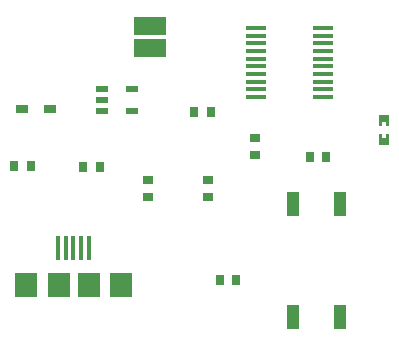
<source format=gtp>
G04 Layer: TopPasteMaskLayer*
G04 EasyEDA v6.5.40, 2024-08-11 13:34:47*
G04 cb6e2e9fbd21486d88ae5690d2d3dc00,10*
G04 Gerber Generator version 0.2*
G04 Scale: 100 percent, Rotated: No, Reflected: No *
G04 Dimensions in millimeters *
G04 leading zeros omitted , absolute positions ,4 integer and 5 decimal *
%FSLAX45Y45*%
%MOMM*%

%AMMACRO1*21,1,$1,$2,0,0,$3*%
%ADD10O,1.7420082X0.36400740000000004*%
%ADD11R,0.8000X0.9000*%
%ADD12R,0.9000X0.8000*%
%ADD13R,1.0000X0.7500*%
%ADD14R,1.1000X0.6000*%
%ADD15MACRO1,1.5001X2.7X90.0000*%
%ADD16R,1.0000X2.0000*%
%ADD17R,0.4500X2.0000*%
%ADD18R,1.9000X2.1000*%

%LPD*%
G36*
X3693820Y-618693D02*
G01*
X3688791Y-623722D01*
X3688791Y-703681D01*
X3693820Y-708710D01*
X3773779Y-708710D01*
X3778808Y-703681D01*
X3778808Y-623722D01*
X3773779Y-618693D01*
X3751021Y-618693D01*
X3751021Y-655726D01*
X3718001Y-655726D01*
X3718001Y-618693D01*
G37*
G36*
X3693820Y-459689D02*
G01*
X3688791Y-464718D01*
X3688791Y-544677D01*
X3693820Y-549706D01*
X3716578Y-549706D01*
X3716578Y-512673D01*
X3749598Y-512673D01*
X3749598Y-549706D01*
X3773779Y-549706D01*
X3778808Y-544677D01*
X3778808Y-464718D01*
X3773779Y-459689D01*
G37*
D10*
G01*
X2646603Y279806D03*
G01*
X2646603Y214807D03*
G01*
X2646603Y149809D03*
G01*
X2646603Y84810D03*
G01*
X2646603Y19786D03*
G01*
X2646603Y-45212D03*
G01*
X2646603Y-110210D03*
G01*
X2646603Y-175209D03*
G01*
X2646603Y-240207D03*
G01*
X2646603Y-305206D03*
G01*
X3220796Y279806D03*
G01*
X3220796Y214807D03*
G01*
X3220796Y149809D03*
G01*
X3220796Y84810D03*
G01*
X3220796Y19786D03*
G01*
X3220796Y-45212D03*
G01*
X3220796Y-110210D03*
G01*
X3220796Y-175209D03*
G01*
X3220796Y-240207D03*
G01*
X3220796Y-305206D03*
D11*
G01*
X3245002Y-812800D03*
G01*
X3104997Y-812800D03*
D12*
G01*
X2641600Y-793902D03*
G01*
X2641600Y-653897D03*
G01*
X1739900Y-1149502D03*
G01*
X1739900Y-1009497D03*
G01*
X2247900Y-1009497D03*
G01*
X2247900Y-1149502D03*
D11*
G01*
X603097Y-889000D03*
G01*
X743102Y-889000D03*
G01*
X1187297Y-901700D03*
G01*
X1327302Y-901700D03*
G01*
X2127097Y-431800D03*
G01*
X2267102Y-431800D03*
D13*
G01*
X670140Y-406400D03*
G01*
X904659Y-406400D03*
D14*
G01*
X1603209Y-235204D03*
G01*
X1603209Y-425195D03*
G01*
X1343190Y-425195D03*
G01*
X1343190Y-330200D03*
G01*
X1343190Y-235204D03*
D15*
G01*
X1752600Y108203D03*
G01*
X1752600Y298196D03*
D16*
G01*
X2967291Y-2169096D03*
G01*
X2967291Y-1209103D03*
G01*
X3357308Y-2169096D03*
G01*
X3357308Y-1209103D03*
D17*
G01*
X1234922Y-1586395D03*
G01*
X1169898Y-1586395D03*
G01*
X1104874Y-1586395D03*
G01*
X1039850Y-1586395D03*
G01*
X974826Y-1586395D03*
D18*
G01*
X1504899Y-1893404D03*
G01*
X704900Y-1893404D03*
G01*
X983919Y-1894928D03*
G01*
X1235887Y-1896910D03*
D11*
G01*
X2483002Y-1854200D03*
G01*
X2342997Y-1854200D03*
M02*

</source>
